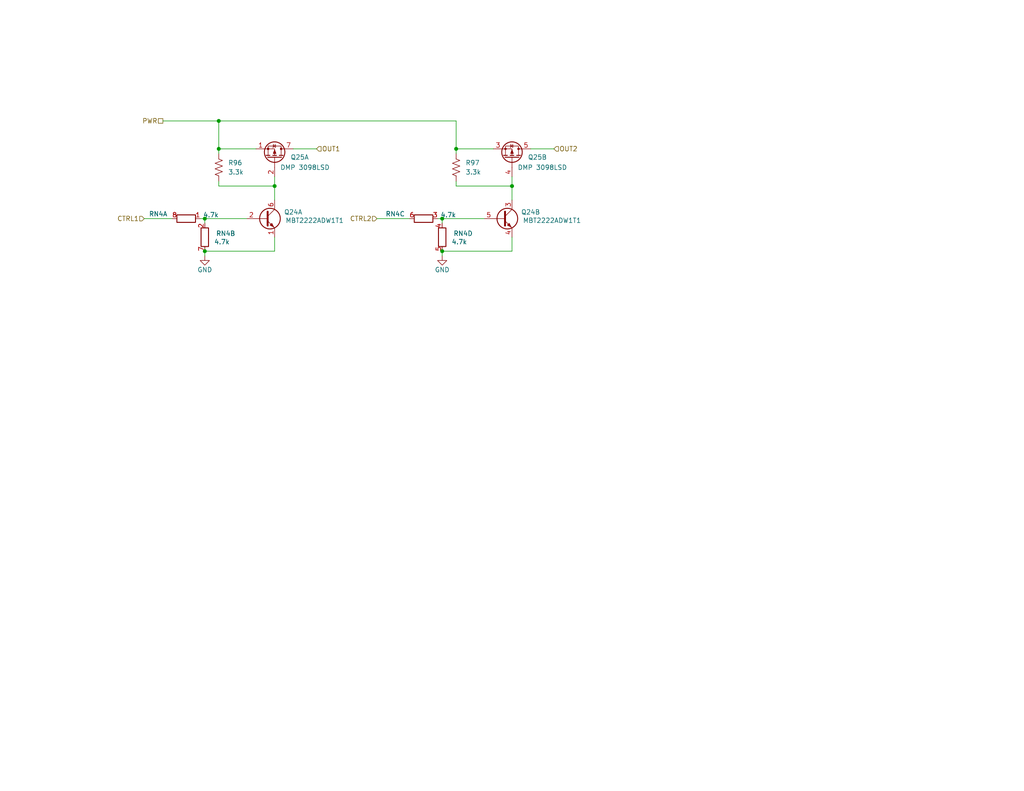
<source format=kicad_sch>
(kicad_sch (version 20231120) (generator "eeschema") (generator_version "8.0")
  (paper "A")
  (title_block (company "Oakwood School") (comment 1 "All resistors 1% tol ") (comment 2 "All capacitors 15V rated ") (comment 3 "All capacitors on +7.5V or battery rail, 25V rated"))
  (lib_symbols
    (symbol "Device:R" (pin_numbers hide) (pin_names (offset 0))
      (property "Reference" "R" (at 2.032 0 90))
      (property "Value" "R" (at 0 0 90))
      (symbol "R_0_1"
        (rectangle (start -1.016 -2.54) (end 1.016 2.54) (stroke (width 0.254)))
      )
      (symbol "R_1_1"
        (pin passive line (at 0 3.81 270) (length 1.27) (name "~") (number "1"))
        (pin passive line (at 0 -3.81 90) (length 1.27) (name "~") (number "2"))
      )
    )
    (symbol "Device:R_Pack04_Split" (pin_names (offset 0) hide)
      (property "Reference" "RN" (at 2.032 0 90))
      (property "Value" "R_Pack04_Split" (at 0 0 90))
      (symbol "R_Pack04_Split_0_1"
        (rectangle (start 1.016 2.54) (end -1.016 -2.54) (stroke (width 0.254)))
      )
      (symbol "R_Pack04_Split_1_1"
        (pin passive line (at 0 -3.81 90) (length 1.27) (name "R1.1") (number "1"))
        (pin passive line (at 0 3.81 270) (length 1.27) (name "R1.2") (number "8"))
      )
      (symbol "R_Pack04_Split_2_1"
        (pin passive line (at 0 -3.81 90) (length 1.27) (name "R2.1") (number "2"))
        (pin passive line (at 0 3.81 270) (length 1.27) (name "R2.2") (number "7"))
      )
      (symbol "R_Pack04_Split_3_1"
        (pin passive line (at 0 -3.81 90) (length 1.27) (name "R3.1") (number "3"))
        (pin passive line (at 0 3.81 270) (length 1.27) (name "R3.2") (number "6"))
      )
      (symbol "R_Pack04_Split_4_1"
        (pin passive line (at 0 -3.81 90) (length 1.27) (name "R4.1") (number "4"))
        (pin passive line (at 0 3.81 270) (length 1.27) (name "R4.2") (number "5"))
      )
    )
    (symbol "Device:R_US" (pin_numbers hide) (pin_names (offset 0))
      (property "Reference" "R" (at 2.54 0 90))
      (property "Value" "R_US" (at -2.54 0 90))
      (symbol "R_US_0_1"
        (polyline (pts (xy 0 -2.286) (xy 0 -2.54)))
        (polyline (pts (xy 0 2.286) (xy 0 2.54)))
        (polyline (pts (xy 0 -0.762) (xy 1.016 -1.143) (xy 0 -1.524) (xy -1.016 -1.905) (xy 0 -2.286)))
        (polyline (pts (xy 0 0.762) (xy 1.016 0.381) (xy 0 0) (xy -1.016 -0.381) (xy 0 -0.762)))
        (polyline (pts (xy 0 2.286) (xy 1.016 1.905) (xy 0 1.524) (xy -1.016 1.143) (xy 0 0.762)))
      )
      (symbol "R_US_1_1"
        (pin passive line (at 0 3.81 270) (length 1.27) (name "~") (number "1"))
        (pin passive line (at 0 -3.81 90) (length 1.27) (name "~") (number "2"))
      )
    )
    (symbol "Transistor_BJT:MBT2222ADW1T1" (pin_names (offset 0) hide)
      (property "Reference" "Q" (at 5.08 1.27 0))
      (property "Value" "MBT2222ADW1T1" (at 5.08 -1.27 0))
      (symbol "MBT2222ADW1T1_0_1"
        (polyline (pts (xy 0.635 0) (xy -2.54 0)))
        (polyline (pts (xy 0.635 0.635) (xy 2.54 2.54)))
        (polyline (pts (xy 0.635 -0.635) (xy 2.54 -2.54) (xy 2.54 -2.54)))
        (polyline (pts (xy 0.635 1.905) (xy 0.635 -1.905) (xy 0.635 -1.905)) (stroke (width 0.508)))
        (polyline (pts (xy 1.27 -1.778) (xy 1.778 -1.27) (xy 2.286 -2.286) (xy 1.27 -1.778) (xy 1.27 -1.778)) (fill (type outline)))
        (circle (center 1.27 0) (radius 2.8194) (stroke (width 0.254)))
      )
      (symbol "MBT2222ADW1T1_1_1"
        (pin passive line (at 2.54 -5.08 90) (length 2.54) (name "E1") (number "1"))
        (pin input line (at -5.08 0 0) (length 2.54) (name "B1") (number "2"))
        (pin passive line (at 2.54 5.08 270) (length 2.54) (name "C1") (number "6"))
      )
      (symbol "MBT2222ADW1T1_2_1"
        (pin passive line (at 2.54 5.08 270) (length 2.54) (name "C2") (number "3"))
        (pin passive line (at 2.54 -5.08 90) (length 2.54) (name "E2") (number "4"))
        (pin input line (at -5.08 0 0) (length 2.54) (name "B2") (number "5"))
      )
    )
    (symbol "Transistor_FET:IRF7324" (pin_names hide)
      (property "Reference" "Q" (at 5.08 1.905 0))
      (property "Value" "IRF7324" (at 5.08 0 0))
      (symbol "IRF7324_0_1"
        (polyline (pts (xy 0.254 0) (xy -2.54 0)))
        (polyline (pts (xy 0.254 1.905) (xy 0.254 -1.905)) (stroke (width 0.254)))
        (polyline (pts (xy 0.762 -1.27) (xy 0.762 -2.286)) (stroke (width 0.254)))
        (polyline (pts (xy 0.762 0.508) (xy 0.762 -0.508)) (stroke (width 0.254)))
        (polyline (pts (xy 0.762 2.286) (xy 0.762 1.27)) (stroke (width 0.254)))
        (polyline (pts (xy 2.54 2.54) (xy 2.54 1.778)))
        (polyline (pts (xy 2.54 -2.54) (xy 2.54 0) (xy 0.762 0)))
        (polyline (pts (xy 0.762 1.778) (xy 3.302 1.778) (xy 3.302 -1.778) (xy 0.762 -1.778)))
        (polyline (pts (xy 2.286 0) (xy 1.27 0.381) (xy 1.27 -0.381) (xy 2.286 0)) (fill (type outline)))
        (polyline (pts (xy 2.794 -0.508) (xy 2.921 -0.381) (xy 3.683 -0.381) (xy 3.81 -0.254)))
        (polyline (pts (xy 3.302 -0.381) (xy 2.921 0.254) (xy 3.683 0.254) (xy 3.302 -0.381)))
        (circle (center 1.651 0) (radius 2.794) (stroke (width 0.254)))
        (circle (center 2.54 -1.778) (radius 0.254) (fill (type outline)))
        (circle (center 2.54 1.778) (radius 0.254) (fill (type outline)))
      )
      (symbol "IRF7324_1_1"
        (pin passive line (at 2.54 -5.08 90) (length 2.54) (name "S1") (number "1"))
        (pin input line (at -5.08 0 0) (length 2.54) (name "G1") (number "2"))
        (pin passive line (at 2.54 5.08 270) (length 2.54) (name "D1") (number "7"))
        (pin passive line (at 2.54 5.08 270) (length 2.54) hide (name "D1") (number "8"))
      )
      (symbol "IRF7324_2_1"
        (pin passive line (at 2.54 -5.08 90) (length 2.54) (name "S2") (number "3"))
        (pin input line (at -5.08 0 0) (length 2.54) (name "G2") (number "4"))
        (pin passive line (at 2.54 5.08 270) (length 2.54) (name "D2") (number "5"))
        (pin passive line (at 2.54 5.08 270) (length 2.54) hide (name "D2") (number "6"))
      )
    )
    (symbol "power:GND" (power) (pin_numbers hide) (pin_names (offset 0) hide)
      (property "Value" "GND" (at 0 -3.81 0))
      (symbol "GND_0_1"
        (polyline (pts (xy 0 0) (xy 0 -1.27) (xy 1.27 -1.27) (xy 0 -2.54) (xy -1.27 -1.27) (xy 0 -1.27)))
      )
      (symbol "GND_1_1"
        (pin power_in line (at 0 0 270) (length 0) (name "~") (number "1"))
      )
    )
  )
  (junction (at 59.69 40.64))
  (junction (at 139.7 50.8))
  (junction (at 59.69 33.02))
  (junction (at 124.46 40.64))
  (junction (at 120.65 68.58))
  (junction (at 55.88 59.69))
  (junction (at 74.93 50.8))
  (junction (at 55.88 68.58))
  (junction (at 120.65 59.69))
  (wire (pts (xy 144.78 40.64) (xy 151.13 40.64)))
  (wire (pts (xy 139.7 48.26) (xy 139.7 50.8)))
  (wire (pts (xy 139.7 64.77) (xy 139.7 68.58)))
  (wire (pts (xy 139.7 50.8) (xy 139.7 54.61)))
  (wire (pts (xy 124.46 50.8) (xy 124.46 49.53)))
  (wire (pts (xy 74.93 50.8) (xy 74.93 54.61)))
  (wire (pts (xy 80.01 40.64) (xy 86.36 40.64)))
  (wire (pts (xy 120.65 60.96) (xy 120.65 59.69)))
  (wire (pts (xy 59.69 33.02) (xy 124.46 33.02)))
  (wire (pts (xy 102.87 59.69) (xy 111.76 59.69)))
  (wire (pts (xy 124.46 40.64) (xy 124.46 41.91)))
  (wire (pts (xy 139.7 50.8) (xy 124.46 50.8)))
  (wire (pts (xy 120.65 68.58) (xy 139.7 68.58)))
  (wire (pts (xy 74.93 50.8) (xy 59.69 50.8)))
  (wire (pts (xy 55.88 68.58) (xy 55.88 69.85)))
  (wire (pts (xy 59.69 50.8) (xy 59.69 49.53)))
  (wire (pts (xy 54.61 59.69) (xy 55.88 59.69)))
  (wire (pts (xy 74.93 64.77) (xy 74.93 68.58)))
  (wire (pts (xy 55.88 68.58) (xy 74.93 68.58)))
  (wire (pts (xy 119.38 59.69) (xy 120.65 59.69)))
  (wire (pts (xy 59.69 40.64) (xy 59.69 41.91)))
  (wire (pts (xy 124.46 40.64) (xy 134.62 40.64)))
  (wire (pts (xy 55.88 60.96) (xy 55.88 59.69)))
  (wire (pts (xy 59.69 40.64) (xy 69.85 40.64)))
  (wire (pts (xy 39.37 59.69) (xy 46.99 59.69)))
  (wire (pts (xy 120.65 59.69) (xy 132.08 59.69)))
  (wire (pts (xy 120.65 68.58) (xy 120.65 69.85)))
  (wire (pts (xy 124.46 33.02) (xy 124.46 40.64)))
  (wire (pts (xy 74.93 48.26) (xy 74.93 50.8)))
  (wire (pts (xy 59.69 33.02) (xy 44.45 33.02)))
  (wire (pts (xy 55.88 59.69) (xy 67.31 59.69)))
  (wire (pts (xy 59.69 33.02) (xy 59.69 40.64)))
  (hierarchical_label "OUT1" (shape input) (at 86.36 40.64 0))
  (hierarchical_label "PWR" (shape passive) (at 44.45 33.02 180))
  (hierarchical_label "OUT2" (shape input) (at 151.13 40.64 0))
  (hierarchical_label "CTRL2" (shape input) (at 102.87 59.69 180))
  (hierarchical_label "CTRL1" (shape input) (at 39.37 59.69 180))
  (symbol (lib_id "Transistor_BJT:MBT2222ADW1T1") (at 72.39 59.69 0) (unit 1)
    (property "Reference" "Q24" (at 80.01 57.912 0))
    (property "Value" "MBT2222ADW1T1" (at 85.852 60.198 0))
    (property "Footprint" "Package_TO_SOT_SMD:SOT-363_SC-70-6" (effects (hide yes)))
    (property "Datasheet" "http://www.onsemi.com/pub_link/Collateral/MBT2222ADW1T1-D.PDF" (effects (hide yes)))
    (property "Description" "Dual NPN BJT - 2NPN" (effects (hide yes)))
    (property "LCSC" "C157366" (effects (hide yes)))
    (instances (project "cpb" (path "" (reference "Q24") (unit 1)) (path "" (reference "Q26") (unit 1)) (path "" (reference "Q30") (unit 1)) (path "" (reference "Q28") (unit 1))))
  )
  (symbol (lib_id "Transistor_FET:IRF7324") (at 139.7 43.18 270) (mirror x) (unit 2)
    (property "Reference" "Q25" (at 144.018 42.926 90) (effects (justify left)))
    (property "Value" "DMP 3098LSD" (at 141.224 45.72 90) (effects (justify left)))
    (property "Footprint" "Package_SO:SOIC-8_3.9x4.9mm_P1.27mm" (effects (hide yes)))
    (property "Datasheet" "https://www.infineon.com/dgdl/irf7306pbf.pdf?fileId=5546d462533600a4015355f1fc421b0a" (effects (hide yes)))
    (property "Description" "-9A Id, -20V Vds, Dual HEXFET P-Channel MOSFET, SO-8" (effects (hide yes)))
    (property "LCSC" "C531177" (effects (hide yes)))
    (instances (project "cpb" (path "" (reference "Q25") (unit 2)) (path "" (reference "Q27") (unit 2)) (path "" (reference "Q31") (unit 2)) (path "" (reference "Q29") (unit 2))))
  )
  (symbol (lib_id "power:GND") (at 120.65 69.85 0) (unit 1)
    (property "Reference" "#PWR065" (effects (hide yes)))
    (property "Value" "GND" (at 120.65 73.66 0))
    (property "Description" "Power symbol creates a global label with name \"GND\" , ground" (effects (hide yes)))
    (instances (project "cpb" (path "" (reference "#PWR065") (unit 1)) (path "" (reference "#PWR067") (unit 1)) (path "" (reference "#PWR071") (unit 1)) (path "" (reference "#PWR069") (unit 1))))
  )
  (symbol (lib_id "Transistor_BJT:MBT2222ADW1T1") (at 137.16 59.69 0) (unit 2)
    (property "Reference" "Q24" (at 144.78 57.912 0))
    (property "Value" "MBT2222ADW1T1" (at 150.622 60.198 0))
    (property "Footprint" "Package_TO_SOT_SMD:SOT-363_SC-70-6" (effects (hide yes)))
    (property "Datasheet" "http://www.onsemi.com/pub_link/Collateral/MBT2222ADW1T1-D.PDF" (effects (hide yes)))
    (property "Description" "Dual NPN BJT - 2NPN" (effects (hide yes)))
    (property "LCSC" "C157366" (effects (hide yes)))
    (instances (project "cpb" (path "" (reference "Q24") (unit 2)) (path "" (reference "Q26") (unit 2)) (path "" (reference "Q30") (unit 2)) (path "" (reference "Q28") (unit 2))))
  )
  (symbol (lib_id "Device:R_Pack04_Split") (at 120.65 64.77 0) (mirror x) (unit 4)
    (property "Reference" "RN4" (at 123.698 63.754 0) (effects (justify left)))
    (property "Value" "4.7k" (at 123.19 66.04 0) (effects (justify left)))
    (property "Footprint" "Resistor_SMD:R_Array_Convex_4x0603" (effects (hide yes)))
    (property "Description" "4 resistor network, parallel topology, split" (effects (hide yes)))
    (property "LCSC" "C327044" (effects (hide yes)))
    (instances (project "cpb" (path "" (reference "RN4") (unit 4)) (path "" (reference "RN5") (unit 4)) (path "" (reference "RN7") (unit 4)) (path "" (reference "RN6") (unit 4))))
  )
  (symbol (lib_id "Device:R_Pack04_Split") (at 50.8 59.69 90) (unit 1)
    (property "Reference" "RN4" (at 45.72 58.42 90) (effects (justify left)))
    (property "Value" "4.7k" (at 59.69 58.674 90) (effects (justify left)))
    (property "Footprint" "Resistor_SMD:R_Array_Convex_4x0603" (effects (hide yes)))
    (property "Description" "4 resistor network, parallel topology, split" (effects (hide yes)))
    (property "LCSC" "C327044" (effects (hide yes)))
    (instances (project "cpb" (path "" (reference "RN4") (unit 1)) (path "" (reference "RN5") (unit 1)) (path "" (reference "RN7") (unit 1)) (path "" (reference "RN6") (unit 1))))
  )
  (symbol (lib_id "Device:R_US") (at 124.46 45.72 0) (unit 1)
    (property "Reference" "R97" (at 127 44.4499 0) (effects (justify left)))
    (property "Value" "3.3k" (at 127 46.9899 0) (effects (justify left)))
    (property "Footprint" "Resistor_SMD:R_0603_1608Metric" (effects (hide yes)))
    (property "Description" "Resistor" (effects (hide yes)))
    (property "LCSC" "C108078" (effects (hide yes)))
    (instances (project "cpb" (path "" (reference "R97") (unit 1)) (path "" (reference "R99") (unit 1)) (path "" (reference "R103") (unit 1)) (path "" (reference "R101") (unit 1))))
  )
  (symbol (lib_id "Transistor_FET:IRF7324") (at 74.93 43.18 270) (mirror x) (unit 1)
    (property "Reference" "Q25" (at 79.248 42.926 90) (effects (justify left)))
    (property "Value" "DMP 3098LSD" (at 76.454 45.72 90) (effects (justify left)))
    (property "Footprint" "Package_SO:SOIC-8_3.9x4.9mm_P1.27mm" (effects (hide yes)))
    (property "Datasheet" "https://www.infineon.com/dgdl/irf7306pbf.pdf?fileId=5546d462533600a4015355f1fc421b0a" (effects (hide yes)))
    (property "Description" "-9A Id, -20V Vds, Dual HEXFET P-Channel MOSFET, SO-8" (effects (hide yes)))
    (property "LCSC" "C531177" (effects (hide yes)))
    (instances (project "cpb" (path "" (reference "Q25") (unit 1)) (path "" (reference "Q27") (unit 1)) (path "" (reference "Q31") (unit 1)) (path "" (reference "Q29") (unit 1))))
  )
  (symbol (lib_id "Device:R_US") (at 59.69 45.72 0) (unit 1)
    (property "Reference" "R96" (at 62.23 44.4499 0) (effects (justify left)))
    (property "Value" "3.3k" (at 62.23 46.9899 0) (effects (justify left)))
    (property "Footprint" "Resistor_SMD:R_0603_1608Metric" (effects (hide yes)))
    (property "Description" "Resistor" (effects (hide yes)))
    (property "LCSC" "C108078" (effects (hide yes)))
    (instances (project "cpb" (path "" (reference "R96") (unit 1)) (path "" (reference "R98") (unit 1)) (path "" (reference "R102") (unit 1)) (path "" (reference "R100") (unit 1))))
  )
  (symbol (lib_id "Device:R_Pack04_Split") (at 55.88 64.77 0) (mirror x) (unit 2)
    (property "Reference" "RN4" (at 58.928 63.754 0) (effects (justify left)))
    (property "Value" "4.7k" (at 58.42 66.04 0) (effects (justify left)))
    (property "Footprint" "Resistor_SMD:R_Array_Convex_4x0603" (effects (hide yes)))
    (property "Description" "4 resistor network, parallel topology, split" (effects (hide yes)))
    (property "LCSC" "C327044" (effects (hide yes)))
    (instances (project "cpb" (path "" (reference "RN4") (unit 2)) (path "" (reference "RN5") (unit 2)) (path "" (reference "RN7") (unit 2)) (path "" (reference "RN6") (unit 2))))
  )
  (symbol (lib_id "Device:R_Pack04_Split") (at 115.57 59.69 90) (unit 3)
    (property "Reference" "RN4" (at 110.49 58.42 90) (effects (justify left)))
    (property "Value" "4.7k" (at 124.46 58.674 90) (effects (justify left)))
    (property "Footprint" "Resistor_SMD:R_Array_Convex_4x0603" (effects (hide yes)))
    (property "Description" "4 resistor network, parallel topology, split" (effects (hide yes)))
    (property "LCSC" "C327044" (effects (hide yes)))
    (instances (project "cpb" (path "" (reference "RN4") (unit 3)) (path "" (reference "RN5") (unit 3)) (path "" (reference "RN7") (unit 3)) (path "" (reference "RN6") (unit 3))))
  )
  (symbol (lib_id "power:GND") (at 55.88 69.85 0) (unit 1)
    (property "Reference" "#PWR064" (effects (hide yes)))
    (property "Value" "GND" (at 55.88 73.66 0))
    (property "Description" "Power symbol creates a global label with name \"GND\" , ground" (effects (hide yes)))
    (instances (project "cpb" (path "" (reference "#PWR064") (unit 1)) (path "" (reference "#PWR066") (unit 1)) (path "" (reference "#PWR070") (unit 1)) (path "" (reference "#PWR068") (unit 1))))
  )
)
</source>
